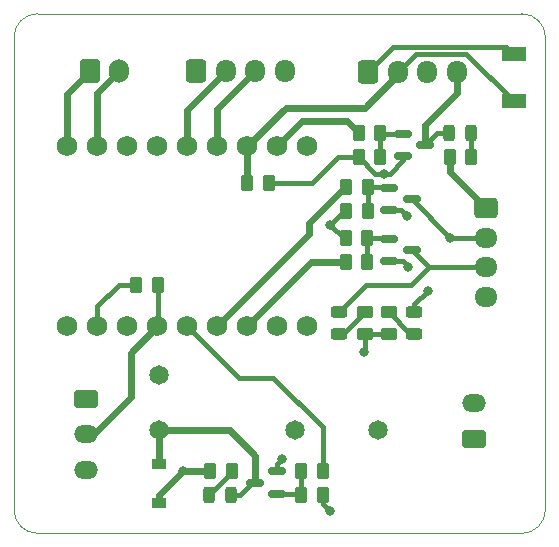
<source format=gtl>
G04 #@! TF.GenerationSoftware,KiCad,Pcbnew,(6.0.7)*
G04 #@! TF.CreationDate,2022-12-11T16:42:54+01:00*
G04 #@! TF.ProjectId,StartStop_PCB,53746172-7453-4746-9f70-5f5043422e6b,rev?*
G04 #@! TF.SameCoordinates,Original*
G04 #@! TF.FileFunction,Copper,L1,Top*
G04 #@! TF.FilePolarity,Positive*
%FSLAX46Y46*%
G04 Gerber Fmt 4.6, Leading zero omitted, Abs format (unit mm)*
G04 Created by KiCad (PCBNEW (6.0.7)) date 2022-12-11 16:42:54*
%MOMM*%
%LPD*%
G01*
G04 APERTURE LIST*
G04 Aperture macros list*
%AMRoundRect*
0 Rectangle with rounded corners*
0 $1 Rounding radius*
0 $2 $3 $4 $5 $6 $7 $8 $9 X,Y pos of 4 corners*
0 Add a 4 corners polygon primitive as box body*
4,1,4,$2,$3,$4,$5,$6,$7,$8,$9,$2,$3,0*
0 Add four circle primitives for the rounded corners*
1,1,$1+$1,$2,$3*
1,1,$1+$1,$4,$5*
1,1,$1+$1,$6,$7*
1,1,$1+$1,$8,$9*
0 Add four rect primitives between the rounded corners*
20,1,$1+$1,$2,$3,$4,$5,0*
20,1,$1+$1,$4,$5,$6,$7,0*
20,1,$1+$1,$6,$7,$8,$9,0*
20,1,$1+$1,$8,$9,$2,$3,0*%
G04 Aperture macros list end*
G04 #@! TA.AperFunction,Profile*
%ADD10C,0.100000*%
G04 #@! TD*
G04 #@! TA.AperFunction,ComponentPad*
%ADD11RoundRect,0.250000X-0.600000X-0.750000X0.600000X-0.750000X0.600000X0.750000X-0.600000X0.750000X0*%
G04 #@! TD*
G04 #@! TA.AperFunction,ComponentPad*
%ADD12O,1.700000X2.000000*%
G04 #@! TD*
G04 #@! TA.AperFunction,SMDPad,CuDef*
%ADD13RoundRect,0.250000X-0.262500X-0.450000X0.262500X-0.450000X0.262500X0.450000X-0.262500X0.450000X0*%
G04 #@! TD*
G04 #@! TA.AperFunction,ComponentPad*
%ADD14RoundRect,0.250001X-0.759999X0.499999X-0.759999X-0.499999X0.759999X-0.499999X0.759999X0.499999X0*%
G04 #@! TD*
G04 #@! TA.AperFunction,ComponentPad*
%ADD15O,2.020000X1.500000*%
G04 #@! TD*
G04 #@! TA.AperFunction,SMDPad,CuDef*
%ADD16R,2.000000X1.200000*%
G04 #@! TD*
G04 #@! TA.AperFunction,SMDPad,CuDef*
%ADD17RoundRect,0.250000X0.450000X-0.262500X0.450000X0.262500X-0.450000X0.262500X-0.450000X-0.262500X0*%
G04 #@! TD*
G04 #@! TA.AperFunction,ComponentPad*
%ADD18RoundRect,0.250000X-0.725000X0.600000X-0.725000X-0.600000X0.725000X-0.600000X0.725000X0.600000X0*%
G04 #@! TD*
G04 #@! TA.AperFunction,ComponentPad*
%ADD19O,1.950000X1.700000*%
G04 #@! TD*
G04 #@! TA.AperFunction,SMDPad,CuDef*
%ADD20RoundRect,0.150000X-0.587500X-0.150000X0.587500X-0.150000X0.587500X0.150000X-0.587500X0.150000X0*%
G04 #@! TD*
G04 #@! TA.AperFunction,ComponentPad*
%ADD21C,1.752600*%
G04 #@! TD*
G04 #@! TA.AperFunction,ComponentPad*
%ADD22RoundRect,0.250000X-0.600000X-0.725000X0.600000X-0.725000X0.600000X0.725000X-0.600000X0.725000X0*%
G04 #@! TD*
G04 #@! TA.AperFunction,ComponentPad*
%ADD23O,1.700000X1.950000*%
G04 #@! TD*
G04 #@! TA.AperFunction,SMDPad,CuDef*
%ADD24RoundRect,0.243750X-0.456250X0.243750X-0.456250X-0.243750X0.456250X-0.243750X0.456250X0.243750X0*%
G04 #@! TD*
G04 #@! TA.AperFunction,SMDPad,CuDef*
%ADD25RoundRect,0.250000X0.262500X0.450000X-0.262500X0.450000X-0.262500X-0.450000X0.262500X-0.450000X0*%
G04 #@! TD*
G04 #@! TA.AperFunction,SMDPad,CuDef*
%ADD26RoundRect,0.150000X0.587500X0.150000X-0.587500X0.150000X-0.587500X-0.150000X0.587500X-0.150000X0*%
G04 #@! TD*
G04 #@! TA.AperFunction,SMDPad,CuDef*
%ADD27RoundRect,0.243750X0.243750X0.456250X-0.243750X0.456250X-0.243750X-0.456250X0.243750X-0.456250X0*%
G04 #@! TD*
G04 #@! TA.AperFunction,SMDPad,CuDef*
%ADD28R,1.200000X0.900000*%
G04 #@! TD*
G04 #@! TA.AperFunction,ComponentPad*
%ADD29C,1.650000*%
G04 #@! TD*
G04 #@! TA.AperFunction,SMDPad,CuDef*
%ADD30RoundRect,0.243750X-0.243750X-0.456250X0.243750X-0.456250X0.243750X0.456250X-0.243750X0.456250X0*%
G04 #@! TD*
G04 #@! TA.AperFunction,ComponentPad*
%ADD31RoundRect,0.250001X0.759999X-0.499999X0.759999X0.499999X-0.759999X0.499999X-0.759999X-0.499999X0*%
G04 #@! TD*
G04 #@! TA.AperFunction,ViaPad*
%ADD32C,0.800000*%
G04 #@! TD*
G04 #@! TA.AperFunction,Conductor*
%ADD33C,0.600000*%
G04 #@! TD*
G04 #@! TA.AperFunction,Conductor*
%ADD34C,0.400000*%
G04 #@! TD*
G04 APERTURE END LIST*
D10*
X144000000Y-81000000D02*
G75*
G03*
X146000000Y-79000000I0J2000000D01*
G01*
X103000000Y-37000000D02*
G75*
G03*
X101000000Y-39000000I0J-2000000D01*
G01*
X146000000Y-79000000D02*
X146000000Y-39000000D01*
X144000000Y-37000000D02*
X103000000Y-37000000D01*
X101000000Y-39000000D02*
X101000000Y-79000000D01*
X146000000Y-39000000D02*
G75*
G03*
X144000000Y-37000000I-2000000J0D01*
G01*
X101000000Y-79000000D02*
G75*
G03*
X103000000Y-81000000I2000000J0D01*
G01*
X103000000Y-81000000D02*
X144000000Y-81000000D01*
D11*
X107436600Y-41893000D03*
D12*
X109936600Y-41893000D03*
D13*
X129112000Y-51689000D03*
X130937000Y-51689000D03*
D14*
X107061000Y-69596000D03*
D15*
X107061000Y-72596000D03*
X107061000Y-75596000D03*
D16*
X143332200Y-40418000D03*
X143332200Y-44418000D03*
D17*
X132715000Y-64080000D03*
X132715000Y-62255000D03*
D18*
X140970000Y-53467000D03*
D19*
X140970000Y-55967000D03*
X140970000Y-58467000D03*
X140970000Y-60967000D03*
D13*
X125325500Y-77724000D03*
X127150500Y-77724000D03*
D20*
X133960000Y-47183000D03*
X133960000Y-49083000D03*
X135835000Y-48133000D03*
X132787250Y-56073000D03*
X132787250Y-57973000D03*
X134662250Y-57023000D03*
D13*
X137898500Y-49149000D03*
X139723500Y-49149000D03*
D21*
X105535191Y-48185000D03*
X108075191Y-48185000D03*
X110615191Y-48185000D03*
X113155191Y-48185000D03*
X115695191Y-48185000D03*
X118235191Y-48185000D03*
X120775191Y-48185000D03*
X123315191Y-48185000D03*
X125855191Y-48185000D03*
X125855191Y-63425000D03*
X123315191Y-63425000D03*
X120775191Y-63425000D03*
X118235191Y-63425000D03*
X115695191Y-63425000D03*
X113155191Y-63425000D03*
X110615191Y-63425000D03*
X108075191Y-63425000D03*
X105535191Y-63425000D03*
D22*
X116448200Y-41884600D03*
D23*
X118948200Y-41884600D03*
X121448200Y-41884600D03*
X123948200Y-41884600D03*
D24*
X134874000Y-62230000D03*
X134874000Y-64105000D03*
D13*
X129105750Y-58039000D03*
X130930750Y-58039000D03*
X117627000Y-75692000D03*
X119452000Y-75692000D03*
D25*
X132000000Y-49149000D03*
X130175000Y-49149000D03*
X130930750Y-56007000D03*
X129105750Y-56007000D03*
X127150500Y-75692000D03*
X125325500Y-75692000D03*
D26*
X123287000Y-77658000D03*
X123287000Y-75758000D03*
X121412000Y-76708000D03*
D27*
X119405000Y-77724000D03*
X117530000Y-77724000D03*
D22*
X130997000Y-41923000D03*
D23*
X133497000Y-41923000D03*
X135997000Y-41923000D03*
X138497000Y-41923000D03*
D25*
X130937000Y-53721000D03*
X129112000Y-53721000D03*
D28*
X113284000Y-78434600D03*
X113284000Y-75134600D03*
D17*
X130683000Y-64080000D03*
X130683000Y-62255000D03*
D13*
X130175000Y-47117000D03*
X132000000Y-47117000D03*
X111355500Y-59944000D03*
X113180500Y-59944000D03*
D29*
X113323000Y-67576600D03*
X113323000Y-72276600D03*
X124823000Y-72276600D03*
X131823000Y-72276600D03*
D24*
X128524000Y-62230000D03*
X128524000Y-64105000D03*
D20*
X132793500Y-51755000D03*
X132793500Y-53655000D03*
X134668500Y-52705000D03*
D30*
X137848500Y-47117000D03*
X139723500Y-47117000D03*
D31*
X139920000Y-73001000D03*
D15*
X139920000Y-70001000D03*
D13*
X120753500Y-51308000D03*
X122578500Y-51308000D03*
D32*
X130658000Y-65659000D03*
X115316000Y-75692000D03*
X134366000Y-58420000D03*
X123698000Y-74676000D03*
X127762000Y-79121000D03*
X134239000Y-54102000D03*
X132334000Y-50546000D03*
X127762000Y-54864000D03*
X136017000Y-60452000D03*
X137930500Y-55967000D03*
D33*
X135835000Y-46410000D02*
X135835000Y-48133000D01*
D34*
X137848500Y-47117000D02*
X136851000Y-47117000D01*
D33*
X138497000Y-43748000D02*
X135835000Y-46410000D01*
X138497000Y-41923000D02*
X138497000Y-43748000D01*
D34*
X136851000Y-47117000D02*
X135835000Y-48133000D01*
X139723500Y-47117000D02*
X139723500Y-49149000D01*
X130683000Y-65634000D02*
X130658000Y-65659000D01*
X130658000Y-64105000D02*
X130683000Y-64080000D01*
D33*
X137898500Y-50395500D02*
X140970000Y-53467000D01*
D34*
X132715000Y-64080000D02*
X130683000Y-64080000D01*
D33*
X137898500Y-49149000D02*
X137898500Y-50395500D01*
X113284000Y-77724000D02*
X115316000Y-75692000D01*
D34*
X132740000Y-64105000D02*
X132715000Y-64080000D01*
D33*
X113284000Y-78434600D02*
X113284000Y-77724000D01*
D34*
X130683000Y-64080000D02*
X130683000Y-65634000D01*
D33*
X117627000Y-75692000D02*
X115316000Y-75692000D01*
D34*
X121412000Y-76708000D02*
X121183000Y-76708000D01*
X120167000Y-77724000D02*
X119405000Y-77724000D01*
X121183000Y-76708000D02*
X120167000Y-77724000D01*
D33*
X113284000Y-75134600D02*
X113284000Y-72315600D01*
X121412000Y-74422000D02*
X121412000Y-76708000D01*
X113284000Y-72315600D02*
X113323000Y-72276600D01*
X119266600Y-72276600D02*
X121412000Y-74422000D01*
X113323000Y-72276600D02*
X119266600Y-72276600D01*
D34*
X128397000Y-49149000D02*
X130175000Y-49149000D01*
X123287000Y-75758000D02*
X123287000Y-75087000D01*
X134239000Y-54102000D02*
X133792000Y-53655000D01*
X133960000Y-49083000D02*
X133960000Y-49428000D01*
X127150500Y-77724000D02*
X127150500Y-78509500D01*
X109855000Y-59944000D02*
X108075191Y-61723809D01*
X133919000Y-57973000D02*
X134366000Y-58420000D01*
X130175000Y-49149000D02*
X131572000Y-50546000D01*
X133960000Y-49428000D02*
X132842000Y-50546000D01*
X108075191Y-61723809D02*
X108075191Y-63425000D01*
X127150500Y-78509500D02*
X127762000Y-79121000D01*
X131572000Y-50546000D02*
X132334000Y-50546000D01*
X133792000Y-53655000D02*
X132793500Y-53655000D01*
X126238000Y-51308000D02*
X128397000Y-49149000D01*
X128905000Y-56007000D02*
X127762000Y-54864000D01*
X111355500Y-59944000D02*
X109855000Y-59944000D01*
X129112000Y-53721000D02*
X128905000Y-53721000D01*
X129105750Y-56007000D02*
X128905000Y-56007000D01*
X122578500Y-51308000D02*
X126238000Y-51308000D01*
X132842000Y-50546000D02*
X132334000Y-50546000D01*
X128905000Y-53721000D02*
X127762000Y-54864000D01*
X132787250Y-57973000D02*
X133919000Y-57973000D01*
X123287000Y-75087000D02*
X123698000Y-74676000D01*
X142700200Y-39786000D02*
X143332200Y-40418000D01*
X130997000Y-41923000D02*
X133134000Y-39786000D01*
X133134000Y-39786000D02*
X142700200Y-39786000D01*
X139300200Y-40386000D02*
X143332200Y-44418000D01*
X135034000Y-40386000D02*
X139300200Y-40386000D01*
D33*
X120775191Y-48185000D02*
X124002191Y-44958000D01*
X120775191Y-51286309D02*
X120753500Y-51308000D01*
X120775191Y-48185000D02*
X120775191Y-51286309D01*
X120775191Y-51358891D02*
X120777000Y-51360700D01*
X130683000Y-44958000D02*
X133497000Y-42144000D01*
D34*
X133497000Y-41923000D02*
X135034000Y-40386000D01*
D33*
X133497000Y-42144000D02*
X133497000Y-41923000D01*
X124002191Y-44958000D02*
X130683000Y-44958000D01*
X118235191Y-48185000D02*
X118235191Y-45097609D01*
X118235191Y-45097609D02*
X121448200Y-41884600D01*
X115695191Y-48185000D02*
X115695191Y-45137609D01*
X115695191Y-45137609D02*
X118948200Y-41884600D01*
X107744000Y-72596000D02*
X110871000Y-69469000D01*
X107061000Y-72596000D02*
X107744000Y-72596000D01*
X113157000Y-63423191D02*
X113155191Y-63425000D01*
D34*
X113180500Y-59944000D02*
X113180500Y-63399691D01*
X113180500Y-63399691D02*
X113155191Y-63425000D01*
D33*
X110871000Y-69469000D02*
X110871000Y-65709191D01*
X110871000Y-65709191D02*
X113155191Y-63425000D01*
X105535191Y-43794409D02*
X107436600Y-41893000D01*
X105535191Y-48185000D02*
X105535191Y-43794409D01*
X108075191Y-48185000D02*
X108075191Y-43754409D01*
X108075191Y-43754409D02*
X109936600Y-41893000D01*
D34*
X130937000Y-51689000D02*
X132727500Y-51689000D01*
X130937000Y-53721000D02*
X130937000Y-51689000D01*
X132727500Y-51689000D02*
X132793500Y-51755000D01*
X132066000Y-47183000D02*
X132000000Y-47117000D01*
X133960000Y-47183000D02*
X132066000Y-47183000D01*
X132000000Y-47117000D02*
X132000000Y-49149000D01*
X130930750Y-56007000D02*
X132721250Y-56007000D01*
X130930750Y-58039000D02*
X130930750Y-56007000D01*
X132721250Y-56007000D02*
X132787250Y-56073000D01*
X125325500Y-75692000D02*
X125325500Y-77724000D01*
X125259500Y-77658000D02*
X125325500Y-77724000D01*
X123287000Y-77658000D02*
X125259500Y-77658000D01*
X123353000Y-77724000D02*
X123287000Y-77658000D01*
D33*
X125984000Y-55676191D02*
X125984000Y-54737000D01*
X118235191Y-63425000D02*
X125984000Y-55676191D01*
X125984000Y-54737000D02*
X129032000Y-51689000D01*
X129032000Y-51689000D02*
X129112000Y-51689000D01*
X125399191Y-46101000D02*
X129159000Y-46101000D01*
X129159000Y-46101000D02*
X130175000Y-47117000D01*
X123315191Y-48185000D02*
X125399191Y-46101000D01*
X120775191Y-63425000D02*
X126161191Y-58039000D01*
X126161191Y-58039000D02*
X129105750Y-58039000D01*
D34*
X122936000Y-67818000D02*
X127150500Y-72032500D01*
X127150500Y-72032500D02*
X127150500Y-75692000D01*
X120088191Y-67818000D02*
X122936000Y-67818000D01*
X115695191Y-63425000D02*
X120088191Y-67818000D01*
X117530000Y-77711000D02*
X119452000Y-75789000D01*
X119452000Y-75789000D02*
X119452000Y-75692000D01*
X117530000Y-77724000D02*
X117530000Y-77711000D01*
X137930500Y-55967000D02*
X140970000Y-55967000D01*
X134668500Y-52705000D02*
X137930500Y-55967000D01*
X134668500Y-52705000D02*
X134707000Y-52666500D01*
X134874000Y-62230000D02*
X134874000Y-61595000D01*
X134874000Y-61595000D02*
X136017000Y-60452000D01*
X134874000Y-64105000D02*
X134565000Y-64105000D01*
X134565000Y-64105000D02*
X132715000Y-62255000D01*
X136106250Y-58467000D02*
X140970000Y-58467000D01*
X134662250Y-57023000D02*
X136106250Y-58467000D01*
X128524000Y-62230000D02*
X130810000Y-59944000D01*
X130810000Y-59944000D02*
X134629250Y-59944000D01*
X134629250Y-59944000D02*
X136106250Y-58467000D01*
X134662250Y-57023000D02*
X134579250Y-57106000D01*
X134662250Y-57023000D02*
X134579250Y-56940000D01*
X128524000Y-64105000D02*
X128833000Y-64105000D01*
X128833000Y-64105000D02*
X130683000Y-62255000D01*
M02*

</source>
